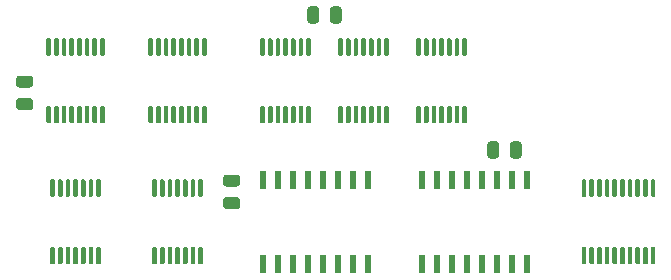
<source format=gbr>
%TF.GenerationSoftware,KiCad,Pcbnew,(5.1.10-1-10_14)*%
%TF.CreationDate,2021-12-18T11:30:40-05:00*%
%TF.ProjectId,Arithmetic,41726974-686d-4657-9469-632e6b696361,rev?*%
%TF.SameCoordinates,Original*%
%TF.FileFunction,Paste,Top*%
%TF.FilePolarity,Positive*%
%FSLAX46Y46*%
G04 Gerber Fmt 4.6, Leading zero omitted, Abs format (unit mm)*
G04 Created by KiCad (PCBNEW (5.1.10-1-10_14)) date 2021-12-18 11:30:40*
%MOMM*%
%LPD*%
G01*
G04 APERTURE LIST*
%ADD10R,0.600000X1.500000*%
G04 APERTURE END LIST*
%TO.C,U7*%
G36*
G01*
X153131000Y-65947000D02*
X152931000Y-65947000D01*
G75*
G02*
X152831000Y-65847000I0J100000D01*
G01*
X152831000Y-64572000D01*
G75*
G02*
X152931000Y-64472000I100000J0D01*
G01*
X153131000Y-64472000D01*
G75*
G02*
X153231000Y-64572000I0J-100000D01*
G01*
X153231000Y-65847000D01*
G75*
G02*
X153131000Y-65947000I-100000J0D01*
G01*
G37*
G36*
G01*
X153781000Y-65947000D02*
X153581000Y-65947000D01*
G75*
G02*
X153481000Y-65847000I0J100000D01*
G01*
X153481000Y-64572000D01*
G75*
G02*
X153581000Y-64472000I100000J0D01*
G01*
X153781000Y-64472000D01*
G75*
G02*
X153881000Y-64572000I0J-100000D01*
G01*
X153881000Y-65847000D01*
G75*
G02*
X153781000Y-65947000I-100000J0D01*
G01*
G37*
G36*
G01*
X154431000Y-65947000D02*
X154231000Y-65947000D01*
G75*
G02*
X154131000Y-65847000I0J100000D01*
G01*
X154131000Y-64572000D01*
G75*
G02*
X154231000Y-64472000I100000J0D01*
G01*
X154431000Y-64472000D01*
G75*
G02*
X154531000Y-64572000I0J-100000D01*
G01*
X154531000Y-65847000D01*
G75*
G02*
X154431000Y-65947000I-100000J0D01*
G01*
G37*
G36*
G01*
X155081000Y-65947000D02*
X154881000Y-65947000D01*
G75*
G02*
X154781000Y-65847000I0J100000D01*
G01*
X154781000Y-64572000D01*
G75*
G02*
X154881000Y-64472000I100000J0D01*
G01*
X155081000Y-64472000D01*
G75*
G02*
X155181000Y-64572000I0J-100000D01*
G01*
X155181000Y-65847000D01*
G75*
G02*
X155081000Y-65947000I-100000J0D01*
G01*
G37*
G36*
G01*
X155731000Y-65947000D02*
X155531000Y-65947000D01*
G75*
G02*
X155431000Y-65847000I0J100000D01*
G01*
X155431000Y-64572000D01*
G75*
G02*
X155531000Y-64472000I100000J0D01*
G01*
X155731000Y-64472000D01*
G75*
G02*
X155831000Y-64572000I0J-100000D01*
G01*
X155831000Y-65847000D01*
G75*
G02*
X155731000Y-65947000I-100000J0D01*
G01*
G37*
G36*
G01*
X156381000Y-65947000D02*
X156181000Y-65947000D01*
G75*
G02*
X156081000Y-65847000I0J100000D01*
G01*
X156081000Y-64572000D01*
G75*
G02*
X156181000Y-64472000I100000J0D01*
G01*
X156381000Y-64472000D01*
G75*
G02*
X156481000Y-64572000I0J-100000D01*
G01*
X156481000Y-65847000D01*
G75*
G02*
X156381000Y-65947000I-100000J0D01*
G01*
G37*
G36*
G01*
X157031000Y-65947000D02*
X156831000Y-65947000D01*
G75*
G02*
X156731000Y-65847000I0J100000D01*
G01*
X156731000Y-64572000D01*
G75*
G02*
X156831000Y-64472000I100000J0D01*
G01*
X157031000Y-64472000D01*
G75*
G02*
X157131000Y-64572000I0J-100000D01*
G01*
X157131000Y-65847000D01*
G75*
G02*
X157031000Y-65947000I-100000J0D01*
G01*
G37*
G36*
G01*
X157681000Y-65947000D02*
X157481000Y-65947000D01*
G75*
G02*
X157381000Y-65847000I0J100000D01*
G01*
X157381000Y-64572000D01*
G75*
G02*
X157481000Y-64472000I100000J0D01*
G01*
X157681000Y-64472000D01*
G75*
G02*
X157781000Y-64572000I0J-100000D01*
G01*
X157781000Y-65847000D01*
G75*
G02*
X157681000Y-65947000I-100000J0D01*
G01*
G37*
G36*
G01*
X158331000Y-65947000D02*
X158131000Y-65947000D01*
G75*
G02*
X158031000Y-65847000I0J100000D01*
G01*
X158031000Y-64572000D01*
G75*
G02*
X158131000Y-64472000I100000J0D01*
G01*
X158331000Y-64472000D01*
G75*
G02*
X158431000Y-64572000I0J-100000D01*
G01*
X158431000Y-65847000D01*
G75*
G02*
X158331000Y-65947000I-100000J0D01*
G01*
G37*
G36*
G01*
X158981000Y-65947000D02*
X158781000Y-65947000D01*
G75*
G02*
X158681000Y-65847000I0J100000D01*
G01*
X158681000Y-64572000D01*
G75*
G02*
X158781000Y-64472000I100000J0D01*
G01*
X158981000Y-64472000D01*
G75*
G02*
X159081000Y-64572000I0J-100000D01*
G01*
X159081000Y-65847000D01*
G75*
G02*
X158981000Y-65947000I-100000J0D01*
G01*
G37*
G36*
G01*
X158981000Y-71672000D02*
X158781000Y-71672000D01*
G75*
G02*
X158681000Y-71572000I0J100000D01*
G01*
X158681000Y-70297000D01*
G75*
G02*
X158781000Y-70197000I100000J0D01*
G01*
X158981000Y-70197000D01*
G75*
G02*
X159081000Y-70297000I0J-100000D01*
G01*
X159081000Y-71572000D01*
G75*
G02*
X158981000Y-71672000I-100000J0D01*
G01*
G37*
G36*
G01*
X158331000Y-71672000D02*
X158131000Y-71672000D01*
G75*
G02*
X158031000Y-71572000I0J100000D01*
G01*
X158031000Y-70297000D01*
G75*
G02*
X158131000Y-70197000I100000J0D01*
G01*
X158331000Y-70197000D01*
G75*
G02*
X158431000Y-70297000I0J-100000D01*
G01*
X158431000Y-71572000D01*
G75*
G02*
X158331000Y-71672000I-100000J0D01*
G01*
G37*
G36*
G01*
X157681000Y-71672000D02*
X157481000Y-71672000D01*
G75*
G02*
X157381000Y-71572000I0J100000D01*
G01*
X157381000Y-70297000D01*
G75*
G02*
X157481000Y-70197000I100000J0D01*
G01*
X157681000Y-70197000D01*
G75*
G02*
X157781000Y-70297000I0J-100000D01*
G01*
X157781000Y-71572000D01*
G75*
G02*
X157681000Y-71672000I-100000J0D01*
G01*
G37*
G36*
G01*
X157031000Y-71672000D02*
X156831000Y-71672000D01*
G75*
G02*
X156731000Y-71572000I0J100000D01*
G01*
X156731000Y-70297000D01*
G75*
G02*
X156831000Y-70197000I100000J0D01*
G01*
X157031000Y-70197000D01*
G75*
G02*
X157131000Y-70297000I0J-100000D01*
G01*
X157131000Y-71572000D01*
G75*
G02*
X157031000Y-71672000I-100000J0D01*
G01*
G37*
G36*
G01*
X156381000Y-71672000D02*
X156181000Y-71672000D01*
G75*
G02*
X156081000Y-71572000I0J100000D01*
G01*
X156081000Y-70297000D01*
G75*
G02*
X156181000Y-70197000I100000J0D01*
G01*
X156381000Y-70197000D01*
G75*
G02*
X156481000Y-70297000I0J-100000D01*
G01*
X156481000Y-71572000D01*
G75*
G02*
X156381000Y-71672000I-100000J0D01*
G01*
G37*
G36*
G01*
X155731000Y-71672000D02*
X155531000Y-71672000D01*
G75*
G02*
X155431000Y-71572000I0J100000D01*
G01*
X155431000Y-70297000D01*
G75*
G02*
X155531000Y-70197000I100000J0D01*
G01*
X155731000Y-70197000D01*
G75*
G02*
X155831000Y-70297000I0J-100000D01*
G01*
X155831000Y-71572000D01*
G75*
G02*
X155731000Y-71672000I-100000J0D01*
G01*
G37*
G36*
G01*
X155081000Y-71672000D02*
X154881000Y-71672000D01*
G75*
G02*
X154781000Y-71572000I0J100000D01*
G01*
X154781000Y-70297000D01*
G75*
G02*
X154881000Y-70197000I100000J0D01*
G01*
X155081000Y-70197000D01*
G75*
G02*
X155181000Y-70297000I0J-100000D01*
G01*
X155181000Y-71572000D01*
G75*
G02*
X155081000Y-71672000I-100000J0D01*
G01*
G37*
G36*
G01*
X154431000Y-71672000D02*
X154231000Y-71672000D01*
G75*
G02*
X154131000Y-71572000I0J100000D01*
G01*
X154131000Y-70297000D01*
G75*
G02*
X154231000Y-70197000I100000J0D01*
G01*
X154431000Y-70197000D01*
G75*
G02*
X154531000Y-70297000I0J-100000D01*
G01*
X154531000Y-71572000D01*
G75*
G02*
X154431000Y-71672000I-100000J0D01*
G01*
G37*
G36*
G01*
X153781000Y-71672000D02*
X153581000Y-71672000D01*
G75*
G02*
X153481000Y-71572000I0J100000D01*
G01*
X153481000Y-70297000D01*
G75*
G02*
X153581000Y-70197000I100000J0D01*
G01*
X153781000Y-70197000D01*
G75*
G02*
X153881000Y-70297000I0J-100000D01*
G01*
X153881000Y-71572000D01*
G75*
G02*
X153781000Y-71672000I-100000J0D01*
G01*
G37*
G36*
G01*
X153131000Y-71672000D02*
X152931000Y-71672000D01*
G75*
G02*
X152831000Y-71572000I0J100000D01*
G01*
X152831000Y-70297000D01*
G75*
G02*
X152931000Y-70197000I100000J0D01*
G01*
X153131000Y-70197000D01*
G75*
G02*
X153231000Y-70297000I0J-100000D01*
G01*
X153231000Y-71572000D01*
G75*
G02*
X153131000Y-71672000I-100000J0D01*
G01*
G37*
%TD*%
%TO.C,C4*%
G36*
G01*
X122715000Y-65982000D02*
X123665000Y-65982000D01*
G75*
G02*
X123915000Y-66232000I0J-250000D01*
G01*
X123915000Y-66732000D01*
G75*
G02*
X123665000Y-66982000I-250000J0D01*
G01*
X122715000Y-66982000D01*
G75*
G02*
X122465000Y-66732000I0J250000D01*
G01*
X122465000Y-66232000D01*
G75*
G02*
X122715000Y-65982000I250000J0D01*
G01*
G37*
G36*
G01*
X122715000Y-64082000D02*
X123665000Y-64082000D01*
G75*
G02*
X123915000Y-64332000I0J-250000D01*
G01*
X123915000Y-64832000D01*
G75*
G02*
X123665000Y-65082000I-250000J0D01*
G01*
X122715000Y-65082000D01*
G75*
G02*
X122465000Y-64832000I0J250000D01*
G01*
X122465000Y-64332000D01*
G75*
G02*
X122715000Y-64082000I250000J0D01*
G01*
G37*
%TD*%
%TO.C,C3*%
G36*
G01*
X105189000Y-57600000D02*
X106139000Y-57600000D01*
G75*
G02*
X106389000Y-57850000I0J-250000D01*
G01*
X106389000Y-58350000D01*
G75*
G02*
X106139000Y-58600000I-250000J0D01*
G01*
X105189000Y-58600000D01*
G75*
G02*
X104939000Y-58350000I0J250000D01*
G01*
X104939000Y-57850000D01*
G75*
G02*
X105189000Y-57600000I250000J0D01*
G01*
G37*
G36*
G01*
X105189000Y-55700000D02*
X106139000Y-55700000D01*
G75*
G02*
X106389000Y-55950000I0J-250000D01*
G01*
X106389000Y-56450000D01*
G75*
G02*
X106139000Y-56700000I-250000J0D01*
G01*
X105189000Y-56700000D01*
G75*
G02*
X104939000Y-56450000I0J250000D01*
G01*
X104939000Y-55950000D01*
G75*
G02*
X105189000Y-55700000I250000J0D01*
G01*
G37*
%TD*%
%TO.C,C2*%
G36*
G01*
X146754000Y-62451000D02*
X146754000Y-61501000D01*
G75*
G02*
X147004000Y-61251000I250000J0D01*
G01*
X147504000Y-61251000D01*
G75*
G02*
X147754000Y-61501000I0J-250000D01*
G01*
X147754000Y-62451000D01*
G75*
G02*
X147504000Y-62701000I-250000J0D01*
G01*
X147004000Y-62701000D01*
G75*
G02*
X146754000Y-62451000I0J250000D01*
G01*
G37*
G36*
G01*
X144854000Y-62451000D02*
X144854000Y-61501000D01*
G75*
G02*
X145104000Y-61251000I250000J0D01*
G01*
X145604000Y-61251000D01*
G75*
G02*
X145854000Y-61501000I0J-250000D01*
G01*
X145854000Y-62451000D01*
G75*
G02*
X145604000Y-62701000I-250000J0D01*
G01*
X145104000Y-62701000D01*
G75*
G02*
X144854000Y-62451000I0J250000D01*
G01*
G37*
%TD*%
%TO.C,C1*%
G36*
G01*
X131514000Y-51021000D02*
X131514000Y-50071000D01*
G75*
G02*
X131764000Y-49821000I250000J0D01*
G01*
X132264000Y-49821000D01*
G75*
G02*
X132514000Y-50071000I0J-250000D01*
G01*
X132514000Y-51021000D01*
G75*
G02*
X132264000Y-51271000I-250000J0D01*
G01*
X131764000Y-51271000D01*
G75*
G02*
X131514000Y-51021000I0J250000D01*
G01*
G37*
G36*
G01*
X129614000Y-51021000D02*
X129614000Y-50071000D01*
G75*
G02*
X129864000Y-49821000I250000J0D01*
G01*
X130364000Y-49821000D01*
G75*
G02*
X130614000Y-50071000I0J-250000D01*
G01*
X130614000Y-51021000D01*
G75*
G02*
X130364000Y-51271000I-250000J0D01*
G01*
X129864000Y-51271000D01*
G75*
G02*
X129614000Y-51021000I0J250000D01*
G01*
G37*
%TD*%
%TO.C,U34*%
G36*
G01*
X139120000Y-54009000D02*
X138920000Y-54009000D01*
G75*
G02*
X138820000Y-53909000I0J100000D01*
G01*
X138820000Y-52634000D01*
G75*
G02*
X138920000Y-52534000I100000J0D01*
G01*
X139120000Y-52534000D01*
G75*
G02*
X139220000Y-52634000I0J-100000D01*
G01*
X139220000Y-53909000D01*
G75*
G02*
X139120000Y-54009000I-100000J0D01*
G01*
G37*
G36*
G01*
X139770000Y-54009000D02*
X139570000Y-54009000D01*
G75*
G02*
X139470000Y-53909000I0J100000D01*
G01*
X139470000Y-52634000D01*
G75*
G02*
X139570000Y-52534000I100000J0D01*
G01*
X139770000Y-52534000D01*
G75*
G02*
X139870000Y-52634000I0J-100000D01*
G01*
X139870000Y-53909000D01*
G75*
G02*
X139770000Y-54009000I-100000J0D01*
G01*
G37*
G36*
G01*
X140420000Y-54009000D02*
X140220000Y-54009000D01*
G75*
G02*
X140120000Y-53909000I0J100000D01*
G01*
X140120000Y-52634000D01*
G75*
G02*
X140220000Y-52534000I100000J0D01*
G01*
X140420000Y-52534000D01*
G75*
G02*
X140520000Y-52634000I0J-100000D01*
G01*
X140520000Y-53909000D01*
G75*
G02*
X140420000Y-54009000I-100000J0D01*
G01*
G37*
G36*
G01*
X141070000Y-54009000D02*
X140870000Y-54009000D01*
G75*
G02*
X140770000Y-53909000I0J100000D01*
G01*
X140770000Y-52634000D01*
G75*
G02*
X140870000Y-52534000I100000J0D01*
G01*
X141070000Y-52534000D01*
G75*
G02*
X141170000Y-52634000I0J-100000D01*
G01*
X141170000Y-53909000D01*
G75*
G02*
X141070000Y-54009000I-100000J0D01*
G01*
G37*
G36*
G01*
X141720000Y-54009000D02*
X141520000Y-54009000D01*
G75*
G02*
X141420000Y-53909000I0J100000D01*
G01*
X141420000Y-52634000D01*
G75*
G02*
X141520000Y-52534000I100000J0D01*
G01*
X141720000Y-52534000D01*
G75*
G02*
X141820000Y-52634000I0J-100000D01*
G01*
X141820000Y-53909000D01*
G75*
G02*
X141720000Y-54009000I-100000J0D01*
G01*
G37*
G36*
G01*
X142370000Y-54009000D02*
X142170000Y-54009000D01*
G75*
G02*
X142070000Y-53909000I0J100000D01*
G01*
X142070000Y-52634000D01*
G75*
G02*
X142170000Y-52534000I100000J0D01*
G01*
X142370000Y-52534000D01*
G75*
G02*
X142470000Y-52634000I0J-100000D01*
G01*
X142470000Y-53909000D01*
G75*
G02*
X142370000Y-54009000I-100000J0D01*
G01*
G37*
G36*
G01*
X143020000Y-54009000D02*
X142820000Y-54009000D01*
G75*
G02*
X142720000Y-53909000I0J100000D01*
G01*
X142720000Y-52634000D01*
G75*
G02*
X142820000Y-52534000I100000J0D01*
G01*
X143020000Y-52534000D01*
G75*
G02*
X143120000Y-52634000I0J-100000D01*
G01*
X143120000Y-53909000D01*
G75*
G02*
X143020000Y-54009000I-100000J0D01*
G01*
G37*
G36*
G01*
X143020000Y-59734000D02*
X142820000Y-59734000D01*
G75*
G02*
X142720000Y-59634000I0J100000D01*
G01*
X142720000Y-58359000D01*
G75*
G02*
X142820000Y-58259000I100000J0D01*
G01*
X143020000Y-58259000D01*
G75*
G02*
X143120000Y-58359000I0J-100000D01*
G01*
X143120000Y-59634000D01*
G75*
G02*
X143020000Y-59734000I-100000J0D01*
G01*
G37*
G36*
G01*
X142370000Y-59734000D02*
X142170000Y-59734000D01*
G75*
G02*
X142070000Y-59634000I0J100000D01*
G01*
X142070000Y-58359000D01*
G75*
G02*
X142170000Y-58259000I100000J0D01*
G01*
X142370000Y-58259000D01*
G75*
G02*
X142470000Y-58359000I0J-100000D01*
G01*
X142470000Y-59634000D01*
G75*
G02*
X142370000Y-59734000I-100000J0D01*
G01*
G37*
G36*
G01*
X141720000Y-59734000D02*
X141520000Y-59734000D01*
G75*
G02*
X141420000Y-59634000I0J100000D01*
G01*
X141420000Y-58359000D01*
G75*
G02*
X141520000Y-58259000I100000J0D01*
G01*
X141720000Y-58259000D01*
G75*
G02*
X141820000Y-58359000I0J-100000D01*
G01*
X141820000Y-59634000D01*
G75*
G02*
X141720000Y-59734000I-100000J0D01*
G01*
G37*
G36*
G01*
X141070000Y-59734000D02*
X140870000Y-59734000D01*
G75*
G02*
X140770000Y-59634000I0J100000D01*
G01*
X140770000Y-58359000D01*
G75*
G02*
X140870000Y-58259000I100000J0D01*
G01*
X141070000Y-58259000D01*
G75*
G02*
X141170000Y-58359000I0J-100000D01*
G01*
X141170000Y-59634000D01*
G75*
G02*
X141070000Y-59734000I-100000J0D01*
G01*
G37*
G36*
G01*
X140420000Y-59734000D02*
X140220000Y-59734000D01*
G75*
G02*
X140120000Y-59634000I0J100000D01*
G01*
X140120000Y-58359000D01*
G75*
G02*
X140220000Y-58259000I100000J0D01*
G01*
X140420000Y-58259000D01*
G75*
G02*
X140520000Y-58359000I0J-100000D01*
G01*
X140520000Y-59634000D01*
G75*
G02*
X140420000Y-59734000I-100000J0D01*
G01*
G37*
G36*
G01*
X139770000Y-59734000D02*
X139570000Y-59734000D01*
G75*
G02*
X139470000Y-59634000I0J100000D01*
G01*
X139470000Y-58359000D01*
G75*
G02*
X139570000Y-58259000I100000J0D01*
G01*
X139770000Y-58259000D01*
G75*
G02*
X139870000Y-58359000I0J-100000D01*
G01*
X139870000Y-59634000D01*
G75*
G02*
X139770000Y-59734000I-100000J0D01*
G01*
G37*
G36*
G01*
X139120000Y-59734000D02*
X138920000Y-59734000D01*
G75*
G02*
X138820000Y-59634000I0J100000D01*
G01*
X138820000Y-58359000D01*
G75*
G02*
X138920000Y-58259000I100000J0D01*
G01*
X139120000Y-58259000D01*
G75*
G02*
X139220000Y-58359000I0J-100000D01*
G01*
X139220000Y-59634000D01*
G75*
G02*
X139120000Y-59734000I-100000J0D01*
G01*
G37*
%TD*%
%TO.C,U33*%
G36*
G01*
X132516000Y-54009000D02*
X132316000Y-54009000D01*
G75*
G02*
X132216000Y-53909000I0J100000D01*
G01*
X132216000Y-52634000D01*
G75*
G02*
X132316000Y-52534000I100000J0D01*
G01*
X132516000Y-52534000D01*
G75*
G02*
X132616000Y-52634000I0J-100000D01*
G01*
X132616000Y-53909000D01*
G75*
G02*
X132516000Y-54009000I-100000J0D01*
G01*
G37*
G36*
G01*
X133166000Y-54009000D02*
X132966000Y-54009000D01*
G75*
G02*
X132866000Y-53909000I0J100000D01*
G01*
X132866000Y-52634000D01*
G75*
G02*
X132966000Y-52534000I100000J0D01*
G01*
X133166000Y-52534000D01*
G75*
G02*
X133266000Y-52634000I0J-100000D01*
G01*
X133266000Y-53909000D01*
G75*
G02*
X133166000Y-54009000I-100000J0D01*
G01*
G37*
G36*
G01*
X133816000Y-54009000D02*
X133616000Y-54009000D01*
G75*
G02*
X133516000Y-53909000I0J100000D01*
G01*
X133516000Y-52634000D01*
G75*
G02*
X133616000Y-52534000I100000J0D01*
G01*
X133816000Y-52534000D01*
G75*
G02*
X133916000Y-52634000I0J-100000D01*
G01*
X133916000Y-53909000D01*
G75*
G02*
X133816000Y-54009000I-100000J0D01*
G01*
G37*
G36*
G01*
X134466000Y-54009000D02*
X134266000Y-54009000D01*
G75*
G02*
X134166000Y-53909000I0J100000D01*
G01*
X134166000Y-52634000D01*
G75*
G02*
X134266000Y-52534000I100000J0D01*
G01*
X134466000Y-52534000D01*
G75*
G02*
X134566000Y-52634000I0J-100000D01*
G01*
X134566000Y-53909000D01*
G75*
G02*
X134466000Y-54009000I-100000J0D01*
G01*
G37*
G36*
G01*
X135116000Y-54009000D02*
X134916000Y-54009000D01*
G75*
G02*
X134816000Y-53909000I0J100000D01*
G01*
X134816000Y-52634000D01*
G75*
G02*
X134916000Y-52534000I100000J0D01*
G01*
X135116000Y-52534000D01*
G75*
G02*
X135216000Y-52634000I0J-100000D01*
G01*
X135216000Y-53909000D01*
G75*
G02*
X135116000Y-54009000I-100000J0D01*
G01*
G37*
G36*
G01*
X135766000Y-54009000D02*
X135566000Y-54009000D01*
G75*
G02*
X135466000Y-53909000I0J100000D01*
G01*
X135466000Y-52634000D01*
G75*
G02*
X135566000Y-52534000I100000J0D01*
G01*
X135766000Y-52534000D01*
G75*
G02*
X135866000Y-52634000I0J-100000D01*
G01*
X135866000Y-53909000D01*
G75*
G02*
X135766000Y-54009000I-100000J0D01*
G01*
G37*
G36*
G01*
X136416000Y-54009000D02*
X136216000Y-54009000D01*
G75*
G02*
X136116000Y-53909000I0J100000D01*
G01*
X136116000Y-52634000D01*
G75*
G02*
X136216000Y-52534000I100000J0D01*
G01*
X136416000Y-52534000D01*
G75*
G02*
X136516000Y-52634000I0J-100000D01*
G01*
X136516000Y-53909000D01*
G75*
G02*
X136416000Y-54009000I-100000J0D01*
G01*
G37*
G36*
G01*
X136416000Y-59734000D02*
X136216000Y-59734000D01*
G75*
G02*
X136116000Y-59634000I0J100000D01*
G01*
X136116000Y-58359000D01*
G75*
G02*
X136216000Y-58259000I100000J0D01*
G01*
X136416000Y-58259000D01*
G75*
G02*
X136516000Y-58359000I0J-100000D01*
G01*
X136516000Y-59634000D01*
G75*
G02*
X136416000Y-59734000I-100000J0D01*
G01*
G37*
G36*
G01*
X135766000Y-59734000D02*
X135566000Y-59734000D01*
G75*
G02*
X135466000Y-59634000I0J100000D01*
G01*
X135466000Y-58359000D01*
G75*
G02*
X135566000Y-58259000I100000J0D01*
G01*
X135766000Y-58259000D01*
G75*
G02*
X135866000Y-58359000I0J-100000D01*
G01*
X135866000Y-59634000D01*
G75*
G02*
X135766000Y-59734000I-100000J0D01*
G01*
G37*
G36*
G01*
X135116000Y-59734000D02*
X134916000Y-59734000D01*
G75*
G02*
X134816000Y-59634000I0J100000D01*
G01*
X134816000Y-58359000D01*
G75*
G02*
X134916000Y-58259000I100000J0D01*
G01*
X135116000Y-58259000D01*
G75*
G02*
X135216000Y-58359000I0J-100000D01*
G01*
X135216000Y-59634000D01*
G75*
G02*
X135116000Y-59734000I-100000J0D01*
G01*
G37*
G36*
G01*
X134466000Y-59734000D02*
X134266000Y-59734000D01*
G75*
G02*
X134166000Y-59634000I0J100000D01*
G01*
X134166000Y-58359000D01*
G75*
G02*
X134266000Y-58259000I100000J0D01*
G01*
X134466000Y-58259000D01*
G75*
G02*
X134566000Y-58359000I0J-100000D01*
G01*
X134566000Y-59634000D01*
G75*
G02*
X134466000Y-59734000I-100000J0D01*
G01*
G37*
G36*
G01*
X133816000Y-59734000D02*
X133616000Y-59734000D01*
G75*
G02*
X133516000Y-59634000I0J100000D01*
G01*
X133516000Y-58359000D01*
G75*
G02*
X133616000Y-58259000I100000J0D01*
G01*
X133816000Y-58259000D01*
G75*
G02*
X133916000Y-58359000I0J-100000D01*
G01*
X133916000Y-59634000D01*
G75*
G02*
X133816000Y-59734000I-100000J0D01*
G01*
G37*
G36*
G01*
X133166000Y-59734000D02*
X132966000Y-59734000D01*
G75*
G02*
X132866000Y-59634000I0J100000D01*
G01*
X132866000Y-58359000D01*
G75*
G02*
X132966000Y-58259000I100000J0D01*
G01*
X133166000Y-58259000D01*
G75*
G02*
X133266000Y-58359000I0J-100000D01*
G01*
X133266000Y-59634000D01*
G75*
G02*
X133166000Y-59734000I-100000J0D01*
G01*
G37*
G36*
G01*
X132516000Y-59734000D02*
X132316000Y-59734000D01*
G75*
G02*
X132216000Y-59634000I0J100000D01*
G01*
X132216000Y-58359000D01*
G75*
G02*
X132316000Y-58259000I100000J0D01*
G01*
X132516000Y-58259000D01*
G75*
G02*
X132616000Y-58359000I0J-100000D01*
G01*
X132616000Y-59634000D01*
G75*
G02*
X132516000Y-59734000I-100000J0D01*
G01*
G37*
%TD*%
%TO.C,U32*%
G36*
G01*
X125912000Y-54009000D02*
X125712000Y-54009000D01*
G75*
G02*
X125612000Y-53909000I0J100000D01*
G01*
X125612000Y-52634000D01*
G75*
G02*
X125712000Y-52534000I100000J0D01*
G01*
X125912000Y-52534000D01*
G75*
G02*
X126012000Y-52634000I0J-100000D01*
G01*
X126012000Y-53909000D01*
G75*
G02*
X125912000Y-54009000I-100000J0D01*
G01*
G37*
G36*
G01*
X126562000Y-54009000D02*
X126362000Y-54009000D01*
G75*
G02*
X126262000Y-53909000I0J100000D01*
G01*
X126262000Y-52634000D01*
G75*
G02*
X126362000Y-52534000I100000J0D01*
G01*
X126562000Y-52534000D01*
G75*
G02*
X126662000Y-52634000I0J-100000D01*
G01*
X126662000Y-53909000D01*
G75*
G02*
X126562000Y-54009000I-100000J0D01*
G01*
G37*
G36*
G01*
X127212000Y-54009000D02*
X127012000Y-54009000D01*
G75*
G02*
X126912000Y-53909000I0J100000D01*
G01*
X126912000Y-52634000D01*
G75*
G02*
X127012000Y-52534000I100000J0D01*
G01*
X127212000Y-52534000D01*
G75*
G02*
X127312000Y-52634000I0J-100000D01*
G01*
X127312000Y-53909000D01*
G75*
G02*
X127212000Y-54009000I-100000J0D01*
G01*
G37*
G36*
G01*
X127862000Y-54009000D02*
X127662000Y-54009000D01*
G75*
G02*
X127562000Y-53909000I0J100000D01*
G01*
X127562000Y-52634000D01*
G75*
G02*
X127662000Y-52534000I100000J0D01*
G01*
X127862000Y-52534000D01*
G75*
G02*
X127962000Y-52634000I0J-100000D01*
G01*
X127962000Y-53909000D01*
G75*
G02*
X127862000Y-54009000I-100000J0D01*
G01*
G37*
G36*
G01*
X128512000Y-54009000D02*
X128312000Y-54009000D01*
G75*
G02*
X128212000Y-53909000I0J100000D01*
G01*
X128212000Y-52634000D01*
G75*
G02*
X128312000Y-52534000I100000J0D01*
G01*
X128512000Y-52534000D01*
G75*
G02*
X128612000Y-52634000I0J-100000D01*
G01*
X128612000Y-53909000D01*
G75*
G02*
X128512000Y-54009000I-100000J0D01*
G01*
G37*
G36*
G01*
X129162000Y-54009000D02*
X128962000Y-54009000D01*
G75*
G02*
X128862000Y-53909000I0J100000D01*
G01*
X128862000Y-52634000D01*
G75*
G02*
X128962000Y-52534000I100000J0D01*
G01*
X129162000Y-52534000D01*
G75*
G02*
X129262000Y-52634000I0J-100000D01*
G01*
X129262000Y-53909000D01*
G75*
G02*
X129162000Y-54009000I-100000J0D01*
G01*
G37*
G36*
G01*
X129812000Y-54009000D02*
X129612000Y-54009000D01*
G75*
G02*
X129512000Y-53909000I0J100000D01*
G01*
X129512000Y-52634000D01*
G75*
G02*
X129612000Y-52534000I100000J0D01*
G01*
X129812000Y-52534000D01*
G75*
G02*
X129912000Y-52634000I0J-100000D01*
G01*
X129912000Y-53909000D01*
G75*
G02*
X129812000Y-54009000I-100000J0D01*
G01*
G37*
G36*
G01*
X129812000Y-59734000D02*
X129612000Y-59734000D01*
G75*
G02*
X129512000Y-59634000I0J100000D01*
G01*
X129512000Y-58359000D01*
G75*
G02*
X129612000Y-58259000I100000J0D01*
G01*
X129812000Y-58259000D01*
G75*
G02*
X129912000Y-58359000I0J-100000D01*
G01*
X129912000Y-59634000D01*
G75*
G02*
X129812000Y-59734000I-100000J0D01*
G01*
G37*
G36*
G01*
X129162000Y-59734000D02*
X128962000Y-59734000D01*
G75*
G02*
X128862000Y-59634000I0J100000D01*
G01*
X128862000Y-58359000D01*
G75*
G02*
X128962000Y-58259000I100000J0D01*
G01*
X129162000Y-58259000D01*
G75*
G02*
X129262000Y-58359000I0J-100000D01*
G01*
X129262000Y-59634000D01*
G75*
G02*
X129162000Y-59734000I-100000J0D01*
G01*
G37*
G36*
G01*
X128512000Y-59734000D02*
X128312000Y-59734000D01*
G75*
G02*
X128212000Y-59634000I0J100000D01*
G01*
X128212000Y-58359000D01*
G75*
G02*
X128312000Y-58259000I100000J0D01*
G01*
X128512000Y-58259000D01*
G75*
G02*
X128612000Y-58359000I0J-100000D01*
G01*
X128612000Y-59634000D01*
G75*
G02*
X128512000Y-59734000I-100000J0D01*
G01*
G37*
G36*
G01*
X127862000Y-59734000D02*
X127662000Y-59734000D01*
G75*
G02*
X127562000Y-59634000I0J100000D01*
G01*
X127562000Y-58359000D01*
G75*
G02*
X127662000Y-58259000I100000J0D01*
G01*
X127862000Y-58259000D01*
G75*
G02*
X127962000Y-58359000I0J-100000D01*
G01*
X127962000Y-59634000D01*
G75*
G02*
X127862000Y-59734000I-100000J0D01*
G01*
G37*
G36*
G01*
X127212000Y-59734000D02*
X127012000Y-59734000D01*
G75*
G02*
X126912000Y-59634000I0J100000D01*
G01*
X126912000Y-58359000D01*
G75*
G02*
X127012000Y-58259000I100000J0D01*
G01*
X127212000Y-58259000D01*
G75*
G02*
X127312000Y-58359000I0J-100000D01*
G01*
X127312000Y-59634000D01*
G75*
G02*
X127212000Y-59734000I-100000J0D01*
G01*
G37*
G36*
G01*
X126562000Y-59734000D02*
X126362000Y-59734000D01*
G75*
G02*
X126262000Y-59634000I0J100000D01*
G01*
X126262000Y-58359000D01*
G75*
G02*
X126362000Y-58259000I100000J0D01*
G01*
X126562000Y-58259000D01*
G75*
G02*
X126662000Y-58359000I0J-100000D01*
G01*
X126662000Y-59634000D01*
G75*
G02*
X126562000Y-59734000I-100000J0D01*
G01*
G37*
G36*
G01*
X125912000Y-59734000D02*
X125712000Y-59734000D01*
G75*
G02*
X125612000Y-59634000I0J100000D01*
G01*
X125612000Y-58359000D01*
G75*
G02*
X125712000Y-58259000I100000J0D01*
G01*
X125912000Y-58259000D01*
G75*
G02*
X126012000Y-58359000I0J-100000D01*
G01*
X126012000Y-59634000D01*
G75*
G02*
X125912000Y-59734000I-100000J0D01*
G01*
G37*
%TD*%
D10*
%TO.C,U6*%
X139319000Y-64522000D03*
X140589000Y-64522000D03*
X141859000Y-64522000D03*
X143129000Y-64522000D03*
X144399000Y-64522000D03*
X145669000Y-64522000D03*
X146939000Y-64522000D03*
X148209000Y-64522000D03*
X148209000Y-71622000D03*
X146939000Y-71622000D03*
X145669000Y-71622000D03*
X144399000Y-71622000D03*
X143129000Y-71622000D03*
X141859000Y-71622000D03*
X140589000Y-71622000D03*
X139319000Y-71622000D03*
%TD*%
%TO.C,U5*%
X125857000Y-64522000D03*
X127127000Y-64522000D03*
X128397000Y-64522000D03*
X129667000Y-64522000D03*
X130937000Y-64522000D03*
X132207000Y-64522000D03*
X133477000Y-64522000D03*
X134747000Y-64522000D03*
X134747000Y-71622000D03*
X133477000Y-71622000D03*
X132207000Y-71622000D03*
X130937000Y-71622000D03*
X129667000Y-71622000D03*
X128397000Y-71622000D03*
X127127000Y-71622000D03*
X125857000Y-71622000D03*
%TD*%
%TO.C,U4*%
G36*
G01*
X116768000Y-65947000D02*
X116568000Y-65947000D01*
G75*
G02*
X116468000Y-65847000I0J100000D01*
G01*
X116468000Y-64572000D01*
G75*
G02*
X116568000Y-64472000I100000J0D01*
G01*
X116768000Y-64472000D01*
G75*
G02*
X116868000Y-64572000I0J-100000D01*
G01*
X116868000Y-65847000D01*
G75*
G02*
X116768000Y-65947000I-100000J0D01*
G01*
G37*
G36*
G01*
X117418000Y-65947000D02*
X117218000Y-65947000D01*
G75*
G02*
X117118000Y-65847000I0J100000D01*
G01*
X117118000Y-64572000D01*
G75*
G02*
X117218000Y-64472000I100000J0D01*
G01*
X117418000Y-64472000D01*
G75*
G02*
X117518000Y-64572000I0J-100000D01*
G01*
X117518000Y-65847000D01*
G75*
G02*
X117418000Y-65947000I-100000J0D01*
G01*
G37*
G36*
G01*
X118068000Y-65947000D02*
X117868000Y-65947000D01*
G75*
G02*
X117768000Y-65847000I0J100000D01*
G01*
X117768000Y-64572000D01*
G75*
G02*
X117868000Y-64472000I100000J0D01*
G01*
X118068000Y-64472000D01*
G75*
G02*
X118168000Y-64572000I0J-100000D01*
G01*
X118168000Y-65847000D01*
G75*
G02*
X118068000Y-65947000I-100000J0D01*
G01*
G37*
G36*
G01*
X118718000Y-65947000D02*
X118518000Y-65947000D01*
G75*
G02*
X118418000Y-65847000I0J100000D01*
G01*
X118418000Y-64572000D01*
G75*
G02*
X118518000Y-64472000I100000J0D01*
G01*
X118718000Y-64472000D01*
G75*
G02*
X118818000Y-64572000I0J-100000D01*
G01*
X118818000Y-65847000D01*
G75*
G02*
X118718000Y-65947000I-100000J0D01*
G01*
G37*
G36*
G01*
X119368000Y-65947000D02*
X119168000Y-65947000D01*
G75*
G02*
X119068000Y-65847000I0J100000D01*
G01*
X119068000Y-64572000D01*
G75*
G02*
X119168000Y-64472000I100000J0D01*
G01*
X119368000Y-64472000D01*
G75*
G02*
X119468000Y-64572000I0J-100000D01*
G01*
X119468000Y-65847000D01*
G75*
G02*
X119368000Y-65947000I-100000J0D01*
G01*
G37*
G36*
G01*
X120018000Y-65947000D02*
X119818000Y-65947000D01*
G75*
G02*
X119718000Y-65847000I0J100000D01*
G01*
X119718000Y-64572000D01*
G75*
G02*
X119818000Y-64472000I100000J0D01*
G01*
X120018000Y-64472000D01*
G75*
G02*
X120118000Y-64572000I0J-100000D01*
G01*
X120118000Y-65847000D01*
G75*
G02*
X120018000Y-65947000I-100000J0D01*
G01*
G37*
G36*
G01*
X120668000Y-65947000D02*
X120468000Y-65947000D01*
G75*
G02*
X120368000Y-65847000I0J100000D01*
G01*
X120368000Y-64572000D01*
G75*
G02*
X120468000Y-64472000I100000J0D01*
G01*
X120668000Y-64472000D01*
G75*
G02*
X120768000Y-64572000I0J-100000D01*
G01*
X120768000Y-65847000D01*
G75*
G02*
X120668000Y-65947000I-100000J0D01*
G01*
G37*
G36*
G01*
X120668000Y-71672000D02*
X120468000Y-71672000D01*
G75*
G02*
X120368000Y-71572000I0J100000D01*
G01*
X120368000Y-70297000D01*
G75*
G02*
X120468000Y-70197000I100000J0D01*
G01*
X120668000Y-70197000D01*
G75*
G02*
X120768000Y-70297000I0J-100000D01*
G01*
X120768000Y-71572000D01*
G75*
G02*
X120668000Y-71672000I-100000J0D01*
G01*
G37*
G36*
G01*
X120018000Y-71672000D02*
X119818000Y-71672000D01*
G75*
G02*
X119718000Y-71572000I0J100000D01*
G01*
X119718000Y-70297000D01*
G75*
G02*
X119818000Y-70197000I100000J0D01*
G01*
X120018000Y-70197000D01*
G75*
G02*
X120118000Y-70297000I0J-100000D01*
G01*
X120118000Y-71572000D01*
G75*
G02*
X120018000Y-71672000I-100000J0D01*
G01*
G37*
G36*
G01*
X119368000Y-71672000D02*
X119168000Y-71672000D01*
G75*
G02*
X119068000Y-71572000I0J100000D01*
G01*
X119068000Y-70297000D01*
G75*
G02*
X119168000Y-70197000I100000J0D01*
G01*
X119368000Y-70197000D01*
G75*
G02*
X119468000Y-70297000I0J-100000D01*
G01*
X119468000Y-71572000D01*
G75*
G02*
X119368000Y-71672000I-100000J0D01*
G01*
G37*
G36*
G01*
X118718000Y-71672000D02*
X118518000Y-71672000D01*
G75*
G02*
X118418000Y-71572000I0J100000D01*
G01*
X118418000Y-70297000D01*
G75*
G02*
X118518000Y-70197000I100000J0D01*
G01*
X118718000Y-70197000D01*
G75*
G02*
X118818000Y-70297000I0J-100000D01*
G01*
X118818000Y-71572000D01*
G75*
G02*
X118718000Y-71672000I-100000J0D01*
G01*
G37*
G36*
G01*
X118068000Y-71672000D02*
X117868000Y-71672000D01*
G75*
G02*
X117768000Y-71572000I0J100000D01*
G01*
X117768000Y-70297000D01*
G75*
G02*
X117868000Y-70197000I100000J0D01*
G01*
X118068000Y-70197000D01*
G75*
G02*
X118168000Y-70297000I0J-100000D01*
G01*
X118168000Y-71572000D01*
G75*
G02*
X118068000Y-71672000I-100000J0D01*
G01*
G37*
G36*
G01*
X117418000Y-71672000D02*
X117218000Y-71672000D01*
G75*
G02*
X117118000Y-71572000I0J100000D01*
G01*
X117118000Y-70297000D01*
G75*
G02*
X117218000Y-70197000I100000J0D01*
G01*
X117418000Y-70197000D01*
G75*
G02*
X117518000Y-70297000I0J-100000D01*
G01*
X117518000Y-71572000D01*
G75*
G02*
X117418000Y-71672000I-100000J0D01*
G01*
G37*
G36*
G01*
X116768000Y-71672000D02*
X116568000Y-71672000D01*
G75*
G02*
X116468000Y-71572000I0J100000D01*
G01*
X116468000Y-70297000D01*
G75*
G02*
X116568000Y-70197000I100000J0D01*
G01*
X116768000Y-70197000D01*
G75*
G02*
X116868000Y-70297000I0J-100000D01*
G01*
X116868000Y-71572000D01*
G75*
G02*
X116768000Y-71672000I-100000J0D01*
G01*
G37*
%TD*%
%TO.C,U3*%
G36*
G01*
X108132000Y-65947000D02*
X107932000Y-65947000D01*
G75*
G02*
X107832000Y-65847000I0J100000D01*
G01*
X107832000Y-64572000D01*
G75*
G02*
X107932000Y-64472000I100000J0D01*
G01*
X108132000Y-64472000D01*
G75*
G02*
X108232000Y-64572000I0J-100000D01*
G01*
X108232000Y-65847000D01*
G75*
G02*
X108132000Y-65947000I-100000J0D01*
G01*
G37*
G36*
G01*
X108782000Y-65947000D02*
X108582000Y-65947000D01*
G75*
G02*
X108482000Y-65847000I0J100000D01*
G01*
X108482000Y-64572000D01*
G75*
G02*
X108582000Y-64472000I100000J0D01*
G01*
X108782000Y-64472000D01*
G75*
G02*
X108882000Y-64572000I0J-100000D01*
G01*
X108882000Y-65847000D01*
G75*
G02*
X108782000Y-65947000I-100000J0D01*
G01*
G37*
G36*
G01*
X109432000Y-65947000D02*
X109232000Y-65947000D01*
G75*
G02*
X109132000Y-65847000I0J100000D01*
G01*
X109132000Y-64572000D01*
G75*
G02*
X109232000Y-64472000I100000J0D01*
G01*
X109432000Y-64472000D01*
G75*
G02*
X109532000Y-64572000I0J-100000D01*
G01*
X109532000Y-65847000D01*
G75*
G02*
X109432000Y-65947000I-100000J0D01*
G01*
G37*
G36*
G01*
X110082000Y-65947000D02*
X109882000Y-65947000D01*
G75*
G02*
X109782000Y-65847000I0J100000D01*
G01*
X109782000Y-64572000D01*
G75*
G02*
X109882000Y-64472000I100000J0D01*
G01*
X110082000Y-64472000D01*
G75*
G02*
X110182000Y-64572000I0J-100000D01*
G01*
X110182000Y-65847000D01*
G75*
G02*
X110082000Y-65947000I-100000J0D01*
G01*
G37*
G36*
G01*
X110732000Y-65947000D02*
X110532000Y-65947000D01*
G75*
G02*
X110432000Y-65847000I0J100000D01*
G01*
X110432000Y-64572000D01*
G75*
G02*
X110532000Y-64472000I100000J0D01*
G01*
X110732000Y-64472000D01*
G75*
G02*
X110832000Y-64572000I0J-100000D01*
G01*
X110832000Y-65847000D01*
G75*
G02*
X110732000Y-65947000I-100000J0D01*
G01*
G37*
G36*
G01*
X111382000Y-65947000D02*
X111182000Y-65947000D01*
G75*
G02*
X111082000Y-65847000I0J100000D01*
G01*
X111082000Y-64572000D01*
G75*
G02*
X111182000Y-64472000I100000J0D01*
G01*
X111382000Y-64472000D01*
G75*
G02*
X111482000Y-64572000I0J-100000D01*
G01*
X111482000Y-65847000D01*
G75*
G02*
X111382000Y-65947000I-100000J0D01*
G01*
G37*
G36*
G01*
X112032000Y-65947000D02*
X111832000Y-65947000D01*
G75*
G02*
X111732000Y-65847000I0J100000D01*
G01*
X111732000Y-64572000D01*
G75*
G02*
X111832000Y-64472000I100000J0D01*
G01*
X112032000Y-64472000D01*
G75*
G02*
X112132000Y-64572000I0J-100000D01*
G01*
X112132000Y-65847000D01*
G75*
G02*
X112032000Y-65947000I-100000J0D01*
G01*
G37*
G36*
G01*
X112032000Y-71672000D02*
X111832000Y-71672000D01*
G75*
G02*
X111732000Y-71572000I0J100000D01*
G01*
X111732000Y-70297000D01*
G75*
G02*
X111832000Y-70197000I100000J0D01*
G01*
X112032000Y-70197000D01*
G75*
G02*
X112132000Y-70297000I0J-100000D01*
G01*
X112132000Y-71572000D01*
G75*
G02*
X112032000Y-71672000I-100000J0D01*
G01*
G37*
G36*
G01*
X111382000Y-71672000D02*
X111182000Y-71672000D01*
G75*
G02*
X111082000Y-71572000I0J100000D01*
G01*
X111082000Y-70297000D01*
G75*
G02*
X111182000Y-70197000I100000J0D01*
G01*
X111382000Y-70197000D01*
G75*
G02*
X111482000Y-70297000I0J-100000D01*
G01*
X111482000Y-71572000D01*
G75*
G02*
X111382000Y-71672000I-100000J0D01*
G01*
G37*
G36*
G01*
X110732000Y-71672000D02*
X110532000Y-71672000D01*
G75*
G02*
X110432000Y-71572000I0J100000D01*
G01*
X110432000Y-70297000D01*
G75*
G02*
X110532000Y-70197000I100000J0D01*
G01*
X110732000Y-70197000D01*
G75*
G02*
X110832000Y-70297000I0J-100000D01*
G01*
X110832000Y-71572000D01*
G75*
G02*
X110732000Y-71672000I-100000J0D01*
G01*
G37*
G36*
G01*
X110082000Y-71672000D02*
X109882000Y-71672000D01*
G75*
G02*
X109782000Y-71572000I0J100000D01*
G01*
X109782000Y-70297000D01*
G75*
G02*
X109882000Y-70197000I100000J0D01*
G01*
X110082000Y-70197000D01*
G75*
G02*
X110182000Y-70297000I0J-100000D01*
G01*
X110182000Y-71572000D01*
G75*
G02*
X110082000Y-71672000I-100000J0D01*
G01*
G37*
G36*
G01*
X109432000Y-71672000D02*
X109232000Y-71672000D01*
G75*
G02*
X109132000Y-71572000I0J100000D01*
G01*
X109132000Y-70297000D01*
G75*
G02*
X109232000Y-70197000I100000J0D01*
G01*
X109432000Y-70197000D01*
G75*
G02*
X109532000Y-70297000I0J-100000D01*
G01*
X109532000Y-71572000D01*
G75*
G02*
X109432000Y-71672000I-100000J0D01*
G01*
G37*
G36*
G01*
X108782000Y-71672000D02*
X108582000Y-71672000D01*
G75*
G02*
X108482000Y-71572000I0J100000D01*
G01*
X108482000Y-70297000D01*
G75*
G02*
X108582000Y-70197000I100000J0D01*
G01*
X108782000Y-70197000D01*
G75*
G02*
X108882000Y-70297000I0J-100000D01*
G01*
X108882000Y-71572000D01*
G75*
G02*
X108782000Y-71672000I-100000J0D01*
G01*
G37*
G36*
G01*
X108132000Y-71672000D02*
X107932000Y-71672000D01*
G75*
G02*
X107832000Y-71572000I0J100000D01*
G01*
X107832000Y-70297000D01*
G75*
G02*
X107932000Y-70197000I100000J0D01*
G01*
X108132000Y-70197000D01*
G75*
G02*
X108232000Y-70297000I0J-100000D01*
G01*
X108232000Y-71572000D01*
G75*
G02*
X108132000Y-71672000I-100000J0D01*
G01*
G37*
%TD*%
%TO.C,U2*%
G36*
G01*
X116443000Y-54009000D02*
X116243000Y-54009000D01*
G75*
G02*
X116143000Y-53909000I0J100000D01*
G01*
X116143000Y-52634000D01*
G75*
G02*
X116243000Y-52534000I100000J0D01*
G01*
X116443000Y-52534000D01*
G75*
G02*
X116543000Y-52634000I0J-100000D01*
G01*
X116543000Y-53909000D01*
G75*
G02*
X116443000Y-54009000I-100000J0D01*
G01*
G37*
G36*
G01*
X117093000Y-54009000D02*
X116893000Y-54009000D01*
G75*
G02*
X116793000Y-53909000I0J100000D01*
G01*
X116793000Y-52634000D01*
G75*
G02*
X116893000Y-52534000I100000J0D01*
G01*
X117093000Y-52534000D01*
G75*
G02*
X117193000Y-52634000I0J-100000D01*
G01*
X117193000Y-53909000D01*
G75*
G02*
X117093000Y-54009000I-100000J0D01*
G01*
G37*
G36*
G01*
X117743000Y-54009000D02*
X117543000Y-54009000D01*
G75*
G02*
X117443000Y-53909000I0J100000D01*
G01*
X117443000Y-52634000D01*
G75*
G02*
X117543000Y-52534000I100000J0D01*
G01*
X117743000Y-52534000D01*
G75*
G02*
X117843000Y-52634000I0J-100000D01*
G01*
X117843000Y-53909000D01*
G75*
G02*
X117743000Y-54009000I-100000J0D01*
G01*
G37*
G36*
G01*
X118393000Y-54009000D02*
X118193000Y-54009000D01*
G75*
G02*
X118093000Y-53909000I0J100000D01*
G01*
X118093000Y-52634000D01*
G75*
G02*
X118193000Y-52534000I100000J0D01*
G01*
X118393000Y-52534000D01*
G75*
G02*
X118493000Y-52634000I0J-100000D01*
G01*
X118493000Y-53909000D01*
G75*
G02*
X118393000Y-54009000I-100000J0D01*
G01*
G37*
G36*
G01*
X119043000Y-54009000D02*
X118843000Y-54009000D01*
G75*
G02*
X118743000Y-53909000I0J100000D01*
G01*
X118743000Y-52634000D01*
G75*
G02*
X118843000Y-52534000I100000J0D01*
G01*
X119043000Y-52534000D01*
G75*
G02*
X119143000Y-52634000I0J-100000D01*
G01*
X119143000Y-53909000D01*
G75*
G02*
X119043000Y-54009000I-100000J0D01*
G01*
G37*
G36*
G01*
X119693000Y-54009000D02*
X119493000Y-54009000D01*
G75*
G02*
X119393000Y-53909000I0J100000D01*
G01*
X119393000Y-52634000D01*
G75*
G02*
X119493000Y-52534000I100000J0D01*
G01*
X119693000Y-52534000D01*
G75*
G02*
X119793000Y-52634000I0J-100000D01*
G01*
X119793000Y-53909000D01*
G75*
G02*
X119693000Y-54009000I-100000J0D01*
G01*
G37*
G36*
G01*
X120343000Y-54009000D02*
X120143000Y-54009000D01*
G75*
G02*
X120043000Y-53909000I0J100000D01*
G01*
X120043000Y-52634000D01*
G75*
G02*
X120143000Y-52534000I100000J0D01*
G01*
X120343000Y-52534000D01*
G75*
G02*
X120443000Y-52634000I0J-100000D01*
G01*
X120443000Y-53909000D01*
G75*
G02*
X120343000Y-54009000I-100000J0D01*
G01*
G37*
G36*
G01*
X120993000Y-54009000D02*
X120793000Y-54009000D01*
G75*
G02*
X120693000Y-53909000I0J100000D01*
G01*
X120693000Y-52634000D01*
G75*
G02*
X120793000Y-52534000I100000J0D01*
G01*
X120993000Y-52534000D01*
G75*
G02*
X121093000Y-52634000I0J-100000D01*
G01*
X121093000Y-53909000D01*
G75*
G02*
X120993000Y-54009000I-100000J0D01*
G01*
G37*
G36*
G01*
X120993000Y-59734000D02*
X120793000Y-59734000D01*
G75*
G02*
X120693000Y-59634000I0J100000D01*
G01*
X120693000Y-58359000D01*
G75*
G02*
X120793000Y-58259000I100000J0D01*
G01*
X120993000Y-58259000D01*
G75*
G02*
X121093000Y-58359000I0J-100000D01*
G01*
X121093000Y-59634000D01*
G75*
G02*
X120993000Y-59734000I-100000J0D01*
G01*
G37*
G36*
G01*
X120343000Y-59734000D02*
X120143000Y-59734000D01*
G75*
G02*
X120043000Y-59634000I0J100000D01*
G01*
X120043000Y-58359000D01*
G75*
G02*
X120143000Y-58259000I100000J0D01*
G01*
X120343000Y-58259000D01*
G75*
G02*
X120443000Y-58359000I0J-100000D01*
G01*
X120443000Y-59634000D01*
G75*
G02*
X120343000Y-59734000I-100000J0D01*
G01*
G37*
G36*
G01*
X119693000Y-59734000D02*
X119493000Y-59734000D01*
G75*
G02*
X119393000Y-59634000I0J100000D01*
G01*
X119393000Y-58359000D01*
G75*
G02*
X119493000Y-58259000I100000J0D01*
G01*
X119693000Y-58259000D01*
G75*
G02*
X119793000Y-58359000I0J-100000D01*
G01*
X119793000Y-59634000D01*
G75*
G02*
X119693000Y-59734000I-100000J0D01*
G01*
G37*
G36*
G01*
X119043000Y-59734000D02*
X118843000Y-59734000D01*
G75*
G02*
X118743000Y-59634000I0J100000D01*
G01*
X118743000Y-58359000D01*
G75*
G02*
X118843000Y-58259000I100000J0D01*
G01*
X119043000Y-58259000D01*
G75*
G02*
X119143000Y-58359000I0J-100000D01*
G01*
X119143000Y-59634000D01*
G75*
G02*
X119043000Y-59734000I-100000J0D01*
G01*
G37*
G36*
G01*
X118393000Y-59734000D02*
X118193000Y-59734000D01*
G75*
G02*
X118093000Y-59634000I0J100000D01*
G01*
X118093000Y-58359000D01*
G75*
G02*
X118193000Y-58259000I100000J0D01*
G01*
X118393000Y-58259000D01*
G75*
G02*
X118493000Y-58359000I0J-100000D01*
G01*
X118493000Y-59634000D01*
G75*
G02*
X118393000Y-59734000I-100000J0D01*
G01*
G37*
G36*
G01*
X117743000Y-59734000D02*
X117543000Y-59734000D01*
G75*
G02*
X117443000Y-59634000I0J100000D01*
G01*
X117443000Y-58359000D01*
G75*
G02*
X117543000Y-58259000I100000J0D01*
G01*
X117743000Y-58259000D01*
G75*
G02*
X117843000Y-58359000I0J-100000D01*
G01*
X117843000Y-59634000D01*
G75*
G02*
X117743000Y-59734000I-100000J0D01*
G01*
G37*
G36*
G01*
X117093000Y-59734000D02*
X116893000Y-59734000D01*
G75*
G02*
X116793000Y-59634000I0J100000D01*
G01*
X116793000Y-58359000D01*
G75*
G02*
X116893000Y-58259000I100000J0D01*
G01*
X117093000Y-58259000D01*
G75*
G02*
X117193000Y-58359000I0J-100000D01*
G01*
X117193000Y-59634000D01*
G75*
G02*
X117093000Y-59734000I-100000J0D01*
G01*
G37*
G36*
G01*
X116443000Y-59734000D02*
X116243000Y-59734000D01*
G75*
G02*
X116143000Y-59634000I0J100000D01*
G01*
X116143000Y-58359000D01*
G75*
G02*
X116243000Y-58259000I100000J0D01*
G01*
X116443000Y-58259000D01*
G75*
G02*
X116543000Y-58359000I0J-100000D01*
G01*
X116543000Y-59634000D01*
G75*
G02*
X116443000Y-59734000I-100000J0D01*
G01*
G37*
%TD*%
%TO.C,U1*%
G36*
G01*
X107807000Y-54009000D02*
X107607000Y-54009000D01*
G75*
G02*
X107507000Y-53909000I0J100000D01*
G01*
X107507000Y-52634000D01*
G75*
G02*
X107607000Y-52534000I100000J0D01*
G01*
X107807000Y-52534000D01*
G75*
G02*
X107907000Y-52634000I0J-100000D01*
G01*
X107907000Y-53909000D01*
G75*
G02*
X107807000Y-54009000I-100000J0D01*
G01*
G37*
G36*
G01*
X108457000Y-54009000D02*
X108257000Y-54009000D01*
G75*
G02*
X108157000Y-53909000I0J100000D01*
G01*
X108157000Y-52634000D01*
G75*
G02*
X108257000Y-52534000I100000J0D01*
G01*
X108457000Y-52534000D01*
G75*
G02*
X108557000Y-52634000I0J-100000D01*
G01*
X108557000Y-53909000D01*
G75*
G02*
X108457000Y-54009000I-100000J0D01*
G01*
G37*
G36*
G01*
X109107000Y-54009000D02*
X108907000Y-54009000D01*
G75*
G02*
X108807000Y-53909000I0J100000D01*
G01*
X108807000Y-52634000D01*
G75*
G02*
X108907000Y-52534000I100000J0D01*
G01*
X109107000Y-52534000D01*
G75*
G02*
X109207000Y-52634000I0J-100000D01*
G01*
X109207000Y-53909000D01*
G75*
G02*
X109107000Y-54009000I-100000J0D01*
G01*
G37*
G36*
G01*
X109757000Y-54009000D02*
X109557000Y-54009000D01*
G75*
G02*
X109457000Y-53909000I0J100000D01*
G01*
X109457000Y-52634000D01*
G75*
G02*
X109557000Y-52534000I100000J0D01*
G01*
X109757000Y-52534000D01*
G75*
G02*
X109857000Y-52634000I0J-100000D01*
G01*
X109857000Y-53909000D01*
G75*
G02*
X109757000Y-54009000I-100000J0D01*
G01*
G37*
G36*
G01*
X110407000Y-54009000D02*
X110207000Y-54009000D01*
G75*
G02*
X110107000Y-53909000I0J100000D01*
G01*
X110107000Y-52634000D01*
G75*
G02*
X110207000Y-52534000I100000J0D01*
G01*
X110407000Y-52534000D01*
G75*
G02*
X110507000Y-52634000I0J-100000D01*
G01*
X110507000Y-53909000D01*
G75*
G02*
X110407000Y-54009000I-100000J0D01*
G01*
G37*
G36*
G01*
X111057000Y-54009000D02*
X110857000Y-54009000D01*
G75*
G02*
X110757000Y-53909000I0J100000D01*
G01*
X110757000Y-52634000D01*
G75*
G02*
X110857000Y-52534000I100000J0D01*
G01*
X111057000Y-52534000D01*
G75*
G02*
X111157000Y-52634000I0J-100000D01*
G01*
X111157000Y-53909000D01*
G75*
G02*
X111057000Y-54009000I-100000J0D01*
G01*
G37*
G36*
G01*
X111707000Y-54009000D02*
X111507000Y-54009000D01*
G75*
G02*
X111407000Y-53909000I0J100000D01*
G01*
X111407000Y-52634000D01*
G75*
G02*
X111507000Y-52534000I100000J0D01*
G01*
X111707000Y-52534000D01*
G75*
G02*
X111807000Y-52634000I0J-100000D01*
G01*
X111807000Y-53909000D01*
G75*
G02*
X111707000Y-54009000I-100000J0D01*
G01*
G37*
G36*
G01*
X112357000Y-54009000D02*
X112157000Y-54009000D01*
G75*
G02*
X112057000Y-53909000I0J100000D01*
G01*
X112057000Y-52634000D01*
G75*
G02*
X112157000Y-52534000I100000J0D01*
G01*
X112357000Y-52534000D01*
G75*
G02*
X112457000Y-52634000I0J-100000D01*
G01*
X112457000Y-53909000D01*
G75*
G02*
X112357000Y-54009000I-100000J0D01*
G01*
G37*
G36*
G01*
X112357000Y-59734000D02*
X112157000Y-59734000D01*
G75*
G02*
X112057000Y-59634000I0J100000D01*
G01*
X112057000Y-58359000D01*
G75*
G02*
X112157000Y-58259000I100000J0D01*
G01*
X112357000Y-58259000D01*
G75*
G02*
X112457000Y-58359000I0J-100000D01*
G01*
X112457000Y-59634000D01*
G75*
G02*
X112357000Y-59734000I-100000J0D01*
G01*
G37*
G36*
G01*
X111707000Y-59734000D02*
X111507000Y-59734000D01*
G75*
G02*
X111407000Y-59634000I0J100000D01*
G01*
X111407000Y-58359000D01*
G75*
G02*
X111507000Y-58259000I100000J0D01*
G01*
X111707000Y-58259000D01*
G75*
G02*
X111807000Y-58359000I0J-100000D01*
G01*
X111807000Y-59634000D01*
G75*
G02*
X111707000Y-59734000I-100000J0D01*
G01*
G37*
G36*
G01*
X111057000Y-59734000D02*
X110857000Y-59734000D01*
G75*
G02*
X110757000Y-59634000I0J100000D01*
G01*
X110757000Y-58359000D01*
G75*
G02*
X110857000Y-58259000I100000J0D01*
G01*
X111057000Y-58259000D01*
G75*
G02*
X111157000Y-58359000I0J-100000D01*
G01*
X111157000Y-59634000D01*
G75*
G02*
X111057000Y-59734000I-100000J0D01*
G01*
G37*
G36*
G01*
X110407000Y-59734000D02*
X110207000Y-59734000D01*
G75*
G02*
X110107000Y-59634000I0J100000D01*
G01*
X110107000Y-58359000D01*
G75*
G02*
X110207000Y-58259000I100000J0D01*
G01*
X110407000Y-58259000D01*
G75*
G02*
X110507000Y-58359000I0J-100000D01*
G01*
X110507000Y-59634000D01*
G75*
G02*
X110407000Y-59734000I-100000J0D01*
G01*
G37*
G36*
G01*
X109757000Y-59734000D02*
X109557000Y-59734000D01*
G75*
G02*
X109457000Y-59634000I0J100000D01*
G01*
X109457000Y-58359000D01*
G75*
G02*
X109557000Y-58259000I100000J0D01*
G01*
X109757000Y-58259000D01*
G75*
G02*
X109857000Y-58359000I0J-100000D01*
G01*
X109857000Y-59634000D01*
G75*
G02*
X109757000Y-59734000I-100000J0D01*
G01*
G37*
G36*
G01*
X109107000Y-59734000D02*
X108907000Y-59734000D01*
G75*
G02*
X108807000Y-59634000I0J100000D01*
G01*
X108807000Y-58359000D01*
G75*
G02*
X108907000Y-58259000I100000J0D01*
G01*
X109107000Y-58259000D01*
G75*
G02*
X109207000Y-58359000I0J-100000D01*
G01*
X109207000Y-59634000D01*
G75*
G02*
X109107000Y-59734000I-100000J0D01*
G01*
G37*
G36*
G01*
X108457000Y-59734000D02*
X108257000Y-59734000D01*
G75*
G02*
X108157000Y-59634000I0J100000D01*
G01*
X108157000Y-58359000D01*
G75*
G02*
X108257000Y-58259000I100000J0D01*
G01*
X108457000Y-58259000D01*
G75*
G02*
X108557000Y-58359000I0J-100000D01*
G01*
X108557000Y-59634000D01*
G75*
G02*
X108457000Y-59734000I-100000J0D01*
G01*
G37*
G36*
G01*
X107807000Y-59734000D02*
X107607000Y-59734000D01*
G75*
G02*
X107507000Y-59634000I0J100000D01*
G01*
X107507000Y-58359000D01*
G75*
G02*
X107607000Y-58259000I100000J0D01*
G01*
X107807000Y-58259000D01*
G75*
G02*
X107907000Y-58359000I0J-100000D01*
G01*
X107907000Y-59634000D01*
G75*
G02*
X107807000Y-59734000I-100000J0D01*
G01*
G37*
%TD*%
M02*

</source>
